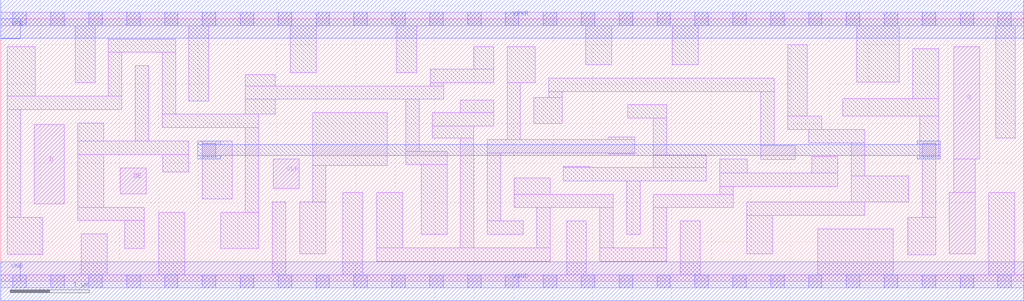
<source format=lef>
# Copyright 2020 The SkyWater PDK Authors
#
# Licensed under the Apache License, Version 2.0 (the "License");
# you may not use this file except in compliance with the License.
# You may obtain a copy of the License at
#
#     https://www.apache.org/licenses/LICENSE-2.0
#
# Unless required by applicable law or agreed to in writing, software
# distributed under the License is distributed on an "AS IS" BASIS,
# WITHOUT WARRANTIES OR CONDITIONS OF ANY KIND, either express or implied.
# See the License for the specific language governing permissions and
# limitations under the License.
#
# SPDX-License-Identifier: Apache-2.0

VERSION 5.5 ;
NAMESCASESENSITIVE ON ;
BUSBITCHARS "[]" ;
DIVIDERCHAR "/" ;
MACRO sky130_fd_sc_hs__edfxtp_1
  CLASS CORE ;
  SOURCE USER ;
  ORIGIN  0.000000  0.000000 ;
  SIZE  12.96000 BY  3.330000 ;
  SYMMETRY X Y ;
  SITE unit ;
  PIN D
    ANTENNAGATEAREA  0.126000 ;
    DIRECTION INPUT ;
    USE SIGNAL ;
    PORT
      LAYER li1 ;
        RECT 0.425000 0.980000 0.805000 1.990000 ;
    END
  END D
  PIN DE
    ANTENNAGATEAREA  0.285000 ;
    DIRECTION INPUT ;
    USE SIGNAL ;
    PORT
      LAYER li1 ;
        RECT 1.515000 1.110000 1.845000 1.440000 ;
    END
  END DE
  PIN Q
    ANTENNADIFFAREA  0.518900 ;
    DIRECTION OUTPUT ;
    USE SIGNAL ;
    PORT
      LAYER li1 ;
        RECT 12.015000 0.350000 12.345000 1.130000 ;
        RECT 12.075000 1.130000 12.345000 1.550000 ;
        RECT 12.075000 1.550000 12.405000 2.980000 ;
    END
  END Q
  PIN CLK
    ANTENNAGATEAREA  0.279000 ;
    DIRECTION INPUT ;
    USE CLOCK ;
    PORT
      LAYER li1 ;
        RECT 3.450000 1.180000 3.780000 1.550000 ;
    END
  END CLK
  PIN VGND
    DIRECTION INOUT ;
    USE GROUND ;
    PORT
      LAYER met1 ;
        RECT 0.000000 -0.245000 12.960000 0.245000 ;
    END
  END VGND
  PIN VNB
    DIRECTION INOUT ;
    USE GROUND ;
    PORT
      LAYER met1 ;
        RECT 0.000000 0.000000 0.250000 0.250000 ;
    END
  END VNB
  PIN VPB
    DIRECTION INOUT ;
    USE POWER ;
    PORT
      LAYER met1 ;
        RECT 0.000000 3.080000 0.250000 3.330000 ;
    END
  END VPB
  PIN VPWR
    DIRECTION INOUT ;
    USE POWER ;
    PORT
      LAYER met1 ;
        RECT 0.000000 3.085000 12.960000 3.575000 ;
    END
  END VPWR
  OBS
    LAYER li1 ;
      RECT  0.000000 -0.085000 12.960000 0.085000 ;
      RECT  0.000000  3.245000 12.960000 3.415000 ;
      RECT  0.085000  0.340000  0.530000 0.810000 ;
      RECT  0.085000  0.810000  0.255000 2.180000 ;
      RECT  0.085000  2.180000  1.535000 2.350000 ;
      RECT  0.085000  2.350000  0.435000 2.980000 ;
      RECT  0.945000  2.520000  1.195000 3.245000 ;
      RECT  0.975000  0.770000  1.820000 0.940000 ;
      RECT  0.975000  0.940000  1.305000 1.610000 ;
      RECT  0.975000  1.610000  2.385000 1.780000 ;
      RECT  0.975000  1.780000  1.305000 2.010000 ;
      RECT  1.020000  0.085000  1.350000 0.600000 ;
      RECT  1.365000  2.350000  1.535000 2.905000 ;
      RECT  1.365000  2.905000  2.215000 3.075000 ;
      RECT  1.570000  0.415000  1.820000 0.770000 ;
      RECT  1.705000  1.780000  1.875000 2.735000 ;
      RECT  2.000000  0.085000  2.330000 0.875000 ;
      RECT  2.045000  1.950000  3.270000 2.120000 ;
      RECT  2.045000  2.120000  2.215000 2.905000 ;
      RECT  2.055000  1.385000  2.385000 1.610000 ;
      RECT  2.385000  2.290000  2.635000 3.245000 ;
      RECT  2.555000  1.045000  2.930000 1.780000 ;
      RECT  2.790000  0.415000  3.270000 0.875000 ;
      RECT  3.100000  0.875000  3.270000 1.950000 ;
      RECT  3.100000  2.120000  3.475000 2.310000 ;
      RECT  3.100000  2.310000  5.610000 2.480000 ;
      RECT  3.100000  2.480000  3.475000 2.620000 ;
      RECT  3.440000  0.085000  3.610000 1.010000 ;
      RECT  3.670000  2.650000  4.000000 3.245000 ;
      RECT  3.790000  0.350000  4.120000 1.010000 ;
      RECT  3.950000  1.010000  4.120000 1.470000 ;
      RECT  3.950000  1.470000  4.900000 2.140000 ;
      RECT  4.335000  0.085000  4.585000 1.130000 ;
      RECT  4.765000  0.255000  6.960000 0.425000 ;
      RECT  4.765000  0.425000  5.095000 1.130000 ;
      RECT  5.020000  2.650000  5.270000 3.245000 ;
      RECT  5.130000  1.480000  5.655000 1.650000 ;
      RECT  5.130000  1.650000  5.300000 2.310000 ;
      RECT  5.325000  0.595000  5.655000 1.480000 ;
      RECT  5.440000  2.480000  5.610000 2.520000 ;
      RECT  5.440000  2.520000  6.245000 2.690000 ;
      RECT  5.470000  1.820000  5.995000 1.970000 ;
      RECT  5.470000  1.970000  6.245000 2.140000 ;
      RECT  5.825000  0.425000  5.995000 1.820000 ;
      RECT  5.825000  2.140000  6.245000 2.300000 ;
      RECT  5.995000  2.690000  6.245000 2.980000 ;
      RECT  6.165000  0.595000  6.620000 0.765000 ;
      RECT  6.165000  0.765000  6.335000 1.630000 ;
      RECT  6.165000  1.630000  8.030000 1.800000 ;
      RECT  6.415000  1.800000  6.585000 2.520000 ;
      RECT  6.415000  2.520000  6.775000 2.980000 ;
      RECT  6.505000  0.935000  7.760000 1.105000 ;
      RECT  6.505000  1.105000  6.960000 1.310000 ;
      RECT  6.755000  2.000000  7.115000 2.330000 ;
      RECT  6.790000  0.425000  6.960000 0.935000 ;
      RECT  6.945000  2.330000  7.115000 2.410000 ;
      RECT  6.945000  2.410000  9.800000 2.580000 ;
      RECT  7.130000  1.275000  8.940000 1.445000 ;
      RECT  7.130000  1.445000  7.460000 1.460000 ;
      RECT  7.170000  0.085000  7.420000 0.765000 ;
      RECT  7.410000  2.750000  7.740000 3.245000 ;
      RECT  7.590000  0.255000  8.440000 0.425000 ;
      RECT  7.590000  0.425000  7.760000 0.935000 ;
      RECT  7.700000  1.615000  8.030000 1.630000 ;
      RECT  7.700000  1.800000  8.030000 1.830000 ;
      RECT  7.930000  0.595000  8.100000 1.275000 ;
      RECT  7.945000  2.070000  8.440000 2.240000 ;
      RECT  8.270000  0.425000  8.440000 0.935000 ;
      RECT  8.270000  0.935000  9.280000 1.105000 ;
      RECT  8.270000  1.445000  8.940000 1.605000 ;
      RECT  8.270000  1.605000  8.440000 2.070000 ;
      RECT  8.505000  2.750000  8.835000 3.245000 ;
      RECT  8.610000  0.085000  8.860000 0.765000 ;
      RECT  9.110000  1.105000  9.280000 1.205000 ;
      RECT  9.110000  1.205000 10.605000 1.375000 ;
      RECT  9.110000  1.375000  9.460000 1.550000 ;
      RECT  9.450000  0.350000  9.780000 0.835000 ;
      RECT  9.450000  0.835000 10.945000 1.005000 ;
      RECT  9.630000  1.545000 10.065000 1.725000 ;
      RECT  9.630000  1.725000  9.800000 2.410000 ;
      RECT  9.970000  1.925000 10.405000 2.095000 ;
      RECT  9.970000  2.095000 10.220000 3.000000 ;
      RECT 10.235000  1.755000 10.945000 1.925000 ;
      RECT 10.275000  1.375000 10.605000 1.585000 ;
      RECT 10.350000  0.085000 11.310000 0.665000 ;
      RECT 10.665000  2.095000 11.885000 2.320000 ;
      RECT 10.775000  1.005000 11.505000 1.335000 ;
      RECT 10.775000  1.335000 10.945000 1.755000 ;
      RECT 10.845000  2.525000 11.385000 3.245000 ;
      RECT 11.490000  0.335000 11.845000 0.810000 ;
      RECT 11.555000  2.320000 11.885000 2.950000 ;
      RECT 11.645000  1.550000 11.885000 2.095000 ;
      RECT 11.675000  0.810000 11.845000 1.550000 ;
      RECT 12.515000  0.085000 12.845000 1.130000 ;
      RECT 12.605000  1.820000 12.855000 3.245000 ;
    LAYER mcon ;
      RECT  0.155000 -0.085000  0.325000 0.085000 ;
      RECT  0.155000  3.245000  0.325000 3.415000 ;
      RECT  0.635000 -0.085000  0.805000 0.085000 ;
      RECT  0.635000  3.245000  0.805000 3.415000 ;
      RECT  1.115000 -0.085000  1.285000 0.085000 ;
      RECT  1.115000  3.245000  1.285000 3.415000 ;
      RECT  1.595000 -0.085000  1.765000 0.085000 ;
      RECT  1.595000  3.245000  1.765000 3.415000 ;
      RECT  2.075000 -0.085000  2.245000 0.085000 ;
      RECT  2.075000  3.245000  2.245000 3.415000 ;
      RECT  2.555000 -0.085000  2.725000 0.085000 ;
      RECT  2.555000  1.580000  2.725000 1.750000 ;
      RECT  2.555000  3.245000  2.725000 3.415000 ;
      RECT  3.035000 -0.085000  3.205000 0.085000 ;
      RECT  3.035000  3.245000  3.205000 3.415000 ;
      RECT  3.515000 -0.085000  3.685000 0.085000 ;
      RECT  3.515000  3.245000  3.685000 3.415000 ;
      RECT  3.995000 -0.085000  4.165000 0.085000 ;
      RECT  3.995000  3.245000  4.165000 3.415000 ;
      RECT  4.475000 -0.085000  4.645000 0.085000 ;
      RECT  4.475000  3.245000  4.645000 3.415000 ;
      RECT  4.955000 -0.085000  5.125000 0.085000 ;
      RECT  4.955000  3.245000  5.125000 3.415000 ;
      RECT  5.435000 -0.085000  5.605000 0.085000 ;
      RECT  5.435000  3.245000  5.605000 3.415000 ;
      RECT  5.915000 -0.085000  6.085000 0.085000 ;
      RECT  5.915000  3.245000  6.085000 3.415000 ;
      RECT  6.395000 -0.085000  6.565000 0.085000 ;
      RECT  6.395000  3.245000  6.565000 3.415000 ;
      RECT  6.875000 -0.085000  7.045000 0.085000 ;
      RECT  6.875000  3.245000  7.045000 3.415000 ;
      RECT  7.355000 -0.085000  7.525000 0.085000 ;
      RECT  7.355000  3.245000  7.525000 3.415000 ;
      RECT  7.835000 -0.085000  8.005000 0.085000 ;
      RECT  7.835000  3.245000  8.005000 3.415000 ;
      RECT  8.315000 -0.085000  8.485000 0.085000 ;
      RECT  8.315000  3.245000  8.485000 3.415000 ;
      RECT  8.795000 -0.085000  8.965000 0.085000 ;
      RECT  8.795000  3.245000  8.965000 3.415000 ;
      RECT  9.275000 -0.085000  9.445000 0.085000 ;
      RECT  9.275000  3.245000  9.445000 3.415000 ;
      RECT  9.755000 -0.085000  9.925000 0.085000 ;
      RECT  9.755000  3.245000  9.925000 3.415000 ;
      RECT 10.235000 -0.085000 10.405000 0.085000 ;
      RECT 10.235000  3.245000 10.405000 3.415000 ;
      RECT 10.715000 -0.085000 10.885000 0.085000 ;
      RECT 10.715000  3.245000 10.885000 3.415000 ;
      RECT 11.195000 -0.085000 11.365000 0.085000 ;
      RECT 11.195000  3.245000 11.365000 3.415000 ;
      RECT 11.675000 -0.085000 11.845000 0.085000 ;
      RECT 11.675000  1.580000 11.845000 1.750000 ;
      RECT 11.675000  3.245000 11.845000 3.415000 ;
      RECT 12.155000 -0.085000 12.325000 0.085000 ;
      RECT 12.155000  3.245000 12.325000 3.415000 ;
      RECT 12.635000 -0.085000 12.805000 0.085000 ;
      RECT 12.635000  3.245000 12.805000 3.415000 ;
    LAYER met1 ;
      RECT  2.495000 1.550000  2.785000 1.595000 ;
      RECT  2.495000 1.595000 11.905000 1.735000 ;
      RECT  2.495000 1.735000  2.785000 1.780000 ;
      RECT 11.615000 1.550000 11.905000 1.595000 ;
      RECT 11.615000 1.735000 11.905000 1.780000 ;
  END
END sky130_fd_sc_hs__edfxtp_1
END LIBRARY

</source>
